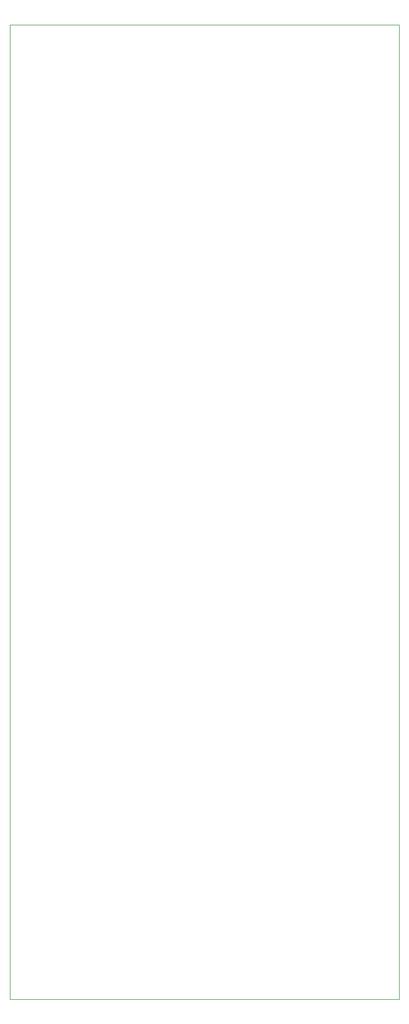
<source format=gbr>
%TF.GenerationSoftware,KiCad,Pcbnew,5.1.10-88a1d61d58~88~ubuntu20.10.1*%
%TF.CreationDate,2021-05-27T19:38:41+02:00*%
%TF.ProjectId,kosmo-multitool,6b6f736d-6f2d-46d7-956c-7469746f6f6c,v1.0.0*%
%TF.SameCoordinates,Original*%
%TF.FileFunction,Profile,NP*%
%FSLAX46Y46*%
G04 Gerber Fmt 4.6, Leading zero omitted, Abs format (unit mm)*
G04 Created by KiCad (PCBNEW 5.1.10-88a1d61d58~88~ubuntu20.10.1) date 2021-05-27 19:38:41*
%MOMM*%
%LPD*%
G01*
G04 APERTURE LIST*
%TA.AperFunction,Profile*%
%ADD10C,0.050000*%
%TD*%
G04 APERTURE END LIST*
D10*
X70000000Y-185000000D02*
X70000000Y-35000000D01*
X130000000Y-185000000D02*
X70000000Y-185000000D01*
X130000000Y-35000000D02*
X130000000Y-185000000D01*
X70000000Y-35000000D02*
X130000000Y-35000000D01*
M02*

</source>
